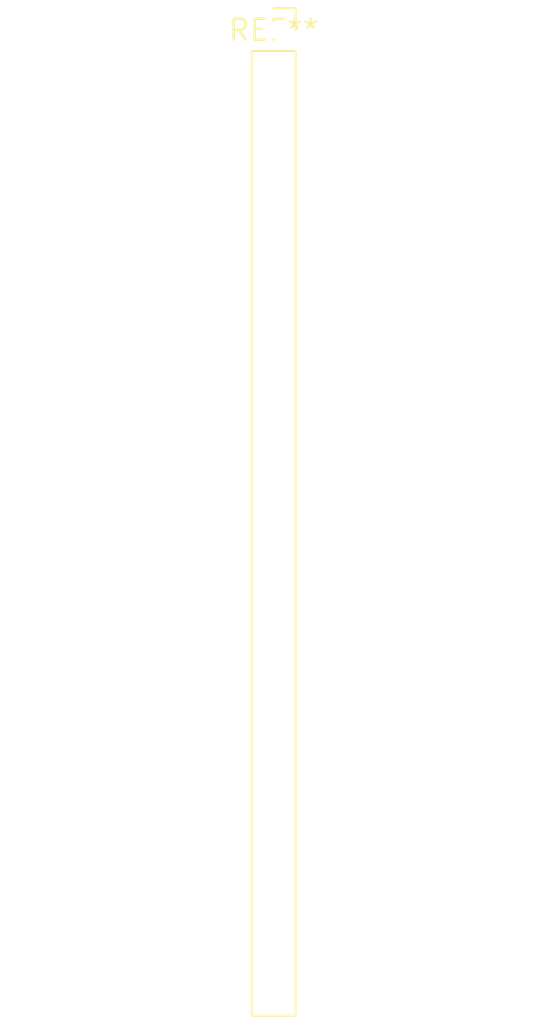
<source format=kicad_pcb>
(kicad_pcb (version 20240108) (generator pcbnew)
  (layers (0 "F.Cu" signal) (31 "B.Cu" signal) (34 "B.Paste" user) (35 "F.Paste" user) (36 "B.SilkS" user "B.Silkscreen") (37 "F.SilkS" user "F.Silkscreen") (38 "B.Mask" user) (39 "F.Mask" user) (44 "Edge.Cuts" user))
  (net 0 "")
  (footprint "PinSocket_1x24_P2.54mm_Vertical" (layer "F.Cu") (at 0 0)
    (property "Reference" "REF**")
    (property "Value" "PinSocket_1x24_P2.54mm_Vertical")
    (fp_line (start -1.33 1.27) (end -1.33 59.75) (layer "F.SilkS") (stroke (width 0.12)))
    (fp_line (start -1.33 1.27) (end 1.33 1.27) (layer "F.SilkS") (stroke (width 0.12)))
    (fp_line (start -1.33 59.75) (end 1.33 59.75) (layer "F.SilkS") (stroke (width 0.12)))
    (fp_line (start 0 -1.33) (end 1.33 -1.33) (layer "F.SilkS") (stroke (width 0.12)))
    (fp_line (start 1.33 -1.33) (end 1.33 0) (layer "F.SilkS") (stroke (width 0.12)))
    (fp_line (start 1.33 1.27) (end 1.33 59.75) (layer "F.SilkS") (stroke (width 0.12)))
    (pad "1" thru_hole rect (at 0 0) (size 1.7 1.7) (drill 1) (layers *.Cu *.Mask) (remove_unused_layers))
    (pad "2" thru_hole oval (at 0 2.54) (size 1.7 1.7) (drill 1) (layers *.Cu *.Mask) (remove_unused_layers))
    (pad "3" thru_hole oval (at 0 5.08) (size 1.7 1.7) (drill 1) (layers *.Cu *.Mask) (remove_unused_layers))
    (pad "4" thru_hole oval (at 0 7.62) (size 1.7 1.7) (drill 1) (layers *.Cu *.Mask) (remove_unused_layers))
    (pad "5" thru_hole oval (at 0 10.16) (size 1.7 1.7) (drill 1) (layers *.Cu *.Mask) (remove_unused_layers))
    (pad "6" thru_hole oval (at 0 12.7) (size 1.7 1.7) (drill 1) (layers *.Cu *.Mask) (remove_unused_layers))
    (pad "7" thru_hole oval (at 0 15.24) (size 1.7 1.7) (drill 1) (layers *.Cu *.Mask) (remove_unused_layers))
    (pad "8" thru_hole oval (at 0 17.78) (size 1.7 1.7) (drill 1) (layers *.Cu *.Mask) (remove_unused_layers))
    (pad "9" thru_hole oval (at 0 20.32) (size 1.7 1.7) (drill 1) (layers *.Cu *.Mask) (remove_unused_layers))
    (pad "10" thru_hole oval (at 0 22.86) (size 1.7 1.7) (drill 1) (layers *.Cu *.Mask) (remove_unused_layers))
    (pad "11" thru_hole oval (at 0 25.4) (size 1.7 1.7) (drill 1) (layers *.Cu *.Mask) (remove_unused_layers))
    (pad "12" thru_hole oval (at 0 27.94) (size 1.7 1.7) (drill 1) (layers *.Cu *.Mask) (remove_unused_layers))
    (pad "13" thru_hole oval (at 0 30.48) (size 1.7 1.7) (drill 1) (layers *.Cu *.Mask) (remove_unused_layers))
    (pad "14" thru_hole oval (at 0 33.02) (size 1.7 1.7) (drill 1) (layers *.Cu *.Mask) (remove_unused_layers))
    (pad "15" thru_hole oval (at 0 35.56) (size 1.7 1.7) (drill 1) (layers *.Cu *.Mask) (remove_unused_layers))
    (pad "16" thru_hole oval (at 0 38.1) (size 1.7 1.7) (drill 1) (layers *.Cu *.Mask) (remove_unused_layers))
    (pad "17" thru_hole oval (at 0 40.64) (size 1.7 1.7) (drill 1) (layers *.Cu *.Mask) (remove_unused_layers))
    (pad "18" thru_hole oval (at 0 43.18) (size 1.7 1.7) (drill 1) (layers *.Cu *.Mask) (remove_unused_layers))
    (pad "19" thru_hole oval (at 0 45.72) (size 1.7 1.7) (drill 1) (layers *.Cu *.Mask) (remove_unused_layers))
    (pad "20" thru_hole oval (at 0 48.26) (size 1.7 1.7) (drill 1) (layers *.Cu *.Mask) (remove_unused_layers))
    (pad "21" thru_hole oval (at 0 50.8) (size 1.7 1.7) (drill 1) (layers *.Cu *.Mask) (remove_unused_layers))
    (pad "22" thru_hole oval (at 0 53.34) (size 1.7 1.7) (drill 1) (layers *.Cu *.Mask) (remove_unused_layers))
    (pad "23" thru_hole oval (at 0 55.88) (size 1.7 1.7) (drill 1) (layers *.Cu *.Mask) (remove_unused_layers))
    (pad "24" thru_hole oval (at 0 58.42) (size 1.7 1.7) (drill 1) (layers *.Cu *.Mask) (remove_unused_layers))
  )
)
</source>
